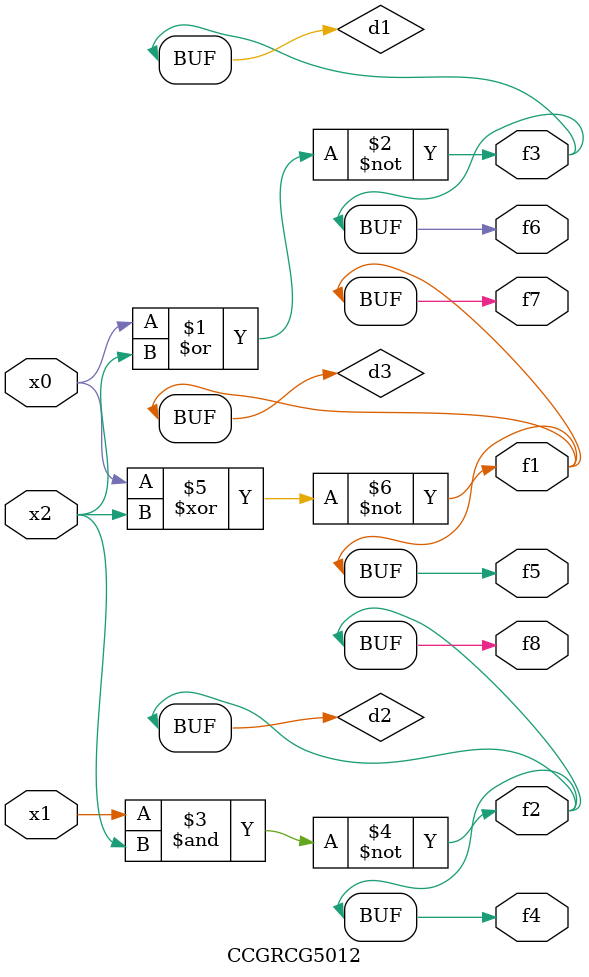
<source format=v>
module CCGRCG5012(
	input x0, x1, x2,
	output f1, f2, f3, f4, f5, f6, f7, f8
);

	wire d1, d2, d3;

	nor (d1, x0, x2);
	nand (d2, x1, x2);
	xnor (d3, x0, x2);
	assign f1 = d3;
	assign f2 = d2;
	assign f3 = d1;
	assign f4 = d2;
	assign f5 = d3;
	assign f6 = d1;
	assign f7 = d3;
	assign f8 = d2;
endmodule

</source>
